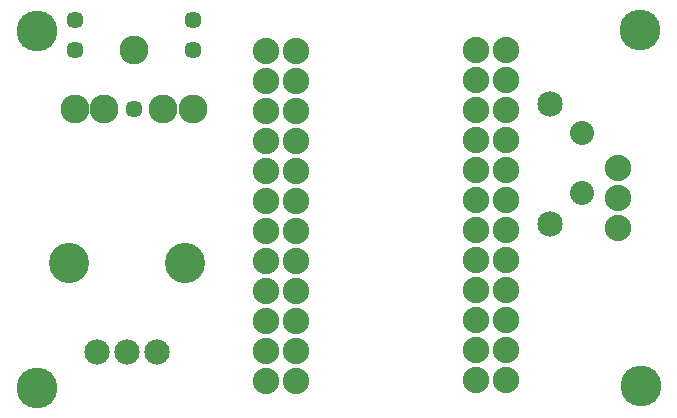
<source format=gts>
G04 MADE WITH FRITZING*
G04 WWW.FRITZING.ORG*
G04 DOUBLE SIDED*
G04 HOLES PLATED*
G04 CONTOUR ON CENTER OF CONTOUR VECTOR*
%ASAXBY*%
%FSLAX23Y23*%
%MOIN*%
%OFA0B0*%
%SFA1.0B1.0*%
%ADD10C,0.096000*%
%ADD11C,0.057244*%
%ADD12C,0.080000*%
%ADD13C,0.085000*%
%ADD14C,0.134033*%
%ADD15C,0.084667*%
%ADD16C,0.084695*%
%ADD17C,0.088000*%
%ADD18C,0.135984*%
%LNMASK1*%
G90*
G70*
G54D10*
X415Y1214D03*
X514Y1017D03*
X612Y1017D03*
X317Y1017D03*
X218Y1017D03*
G54D11*
X612Y1214D03*
X612Y1313D03*
X218Y1313D03*
X218Y1214D03*
X415Y1017D03*
G54D10*
X415Y1214D03*
X514Y1017D03*
X612Y1017D03*
X317Y1017D03*
X218Y1017D03*
G54D11*
X612Y1214D03*
X612Y1313D03*
X218Y1313D03*
X218Y1214D03*
X415Y1017D03*
G54D12*
X1910Y936D03*
X1910Y736D03*
G54D13*
X1802Y1033D03*
X1802Y633D03*
G54D14*
X586Y502D03*
X198Y502D03*
G54D15*
X292Y206D03*
X392Y206D03*
G54D16*
X492Y206D03*
G54D17*
X2029Y818D03*
X2029Y718D03*
X2029Y618D03*
G54D18*
X92Y87D03*
X2105Y92D03*
X91Y1277D03*
X2104Y1279D03*
G54D17*
X1655Y111D03*
X1655Y211D03*
X1655Y311D03*
X1655Y411D03*
X1655Y511D03*
X1655Y611D03*
X1655Y711D03*
X1655Y811D03*
X1655Y911D03*
X1655Y1011D03*
X1655Y1111D03*
X1655Y1211D03*
X1655Y111D03*
X1655Y211D03*
X1655Y311D03*
X1655Y411D03*
X1655Y511D03*
X1655Y611D03*
X1655Y711D03*
X1655Y811D03*
X1655Y911D03*
X1655Y1011D03*
X1655Y1111D03*
X1655Y1211D03*
X1555Y1211D03*
X1555Y1111D03*
X1555Y1011D03*
X1555Y911D03*
X1555Y811D03*
X1555Y711D03*
X1555Y611D03*
X1555Y511D03*
X1555Y411D03*
X1555Y311D03*
X1555Y211D03*
X1555Y111D03*
X956Y109D03*
X956Y209D03*
X956Y309D03*
X956Y409D03*
X956Y509D03*
X956Y609D03*
X956Y709D03*
X956Y809D03*
X956Y909D03*
X956Y1009D03*
X956Y1109D03*
X956Y1209D03*
X956Y109D03*
X956Y209D03*
X956Y309D03*
X956Y409D03*
X956Y509D03*
X956Y609D03*
X956Y709D03*
X956Y809D03*
X956Y909D03*
X956Y1009D03*
X956Y1109D03*
X956Y1209D03*
X856Y1209D03*
X856Y1109D03*
X856Y1009D03*
X856Y909D03*
X856Y809D03*
X856Y709D03*
X856Y609D03*
X856Y509D03*
X856Y409D03*
X856Y309D03*
X856Y209D03*
X856Y109D03*
G04 End of Mask1*
M02*
</source>
